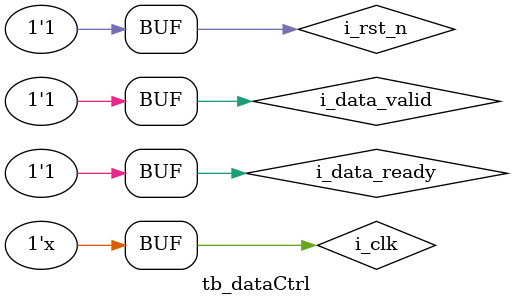
<source format=v>
`timescale 1ns / 1ps


module tb_dataCtrl;

	// Inputs
	reg i_clk;
	reg i_rst_n;
	reg [31:0] i_data;
	reg i_data_valid;
	reg i_data_ready;

	// Outputs
	wire o_data_ready;
	wire [31:0] o_data;
	wire o_data_valid;
	
	wire [6:0] index;
	wire [6:0] indexNext;
	wire [1:0] window;

	// Instantiate the Unit Under Test (UUT)
	dataCtrl uut (
		.i_clk(i_clk), 
		.i_rst_n(i_rst_n), 
		.i_data(i_data), 
		.i_data_valid(i_data_valid), 
		.o_data_ready(o_data_ready), 
		.o_data(o_data), 
		.o_data_valid(o_data_valid), 
		.i_data_ready(i_data_ready),
		.index(index),
		.indexNext(indexNext),
		.window(window)
	);

	initial begin
		// Initialize Inputs
		i_clk = 0;
		i_rst_n = 0;
		i_data = 0;
		i_data_valid = 0;
		i_data_ready = 0;

		// Wait 100 ns for global reset to finish
		#10;
      i_rst_n = 1;
		i_data_valid = 1;
		i_data_ready = 1;
		// Add stimulus here

	end
	
	always #1 i_clk = ~ i_clk;
	always@(posedge i_clk) begin
		if(i_rst_n) i_data=i_data+1;
	end
endmodule


</source>
